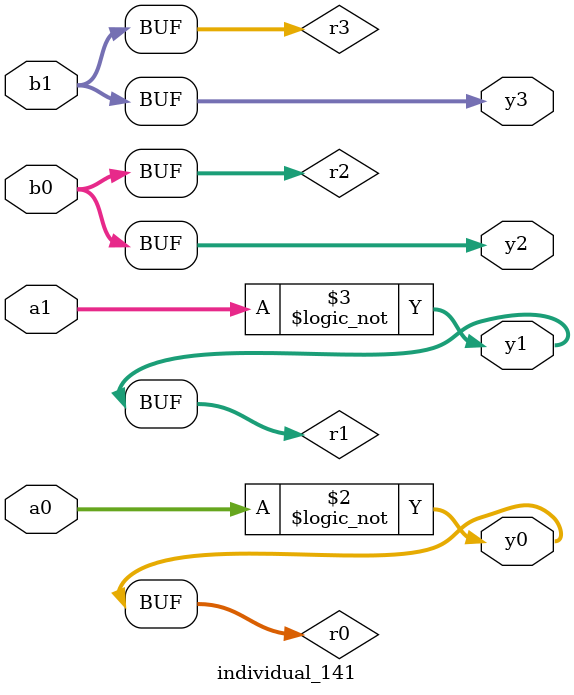
<source format=sv>
module individual_141(input logic [15:0] a1, input logic [15:0] a0, input logic [15:0] b1, input logic [15:0] b0, output logic [15:0] y3, output logic [15:0] y2, output logic [15:0] y1, output logic [15:0] y0);
logic [15:0] r0, r1, r2, r3; 
 always@(*) begin 
	 r0 = a0; r1 = a1; r2 = b0; r3 = b1; 
 	 r0 = ! a0 ;
 	 r1 = ! r1 ;
 	 y3 = r3; y2 = r2; y1 = r1; y0 = r0; 
end
endmodule
</source>
